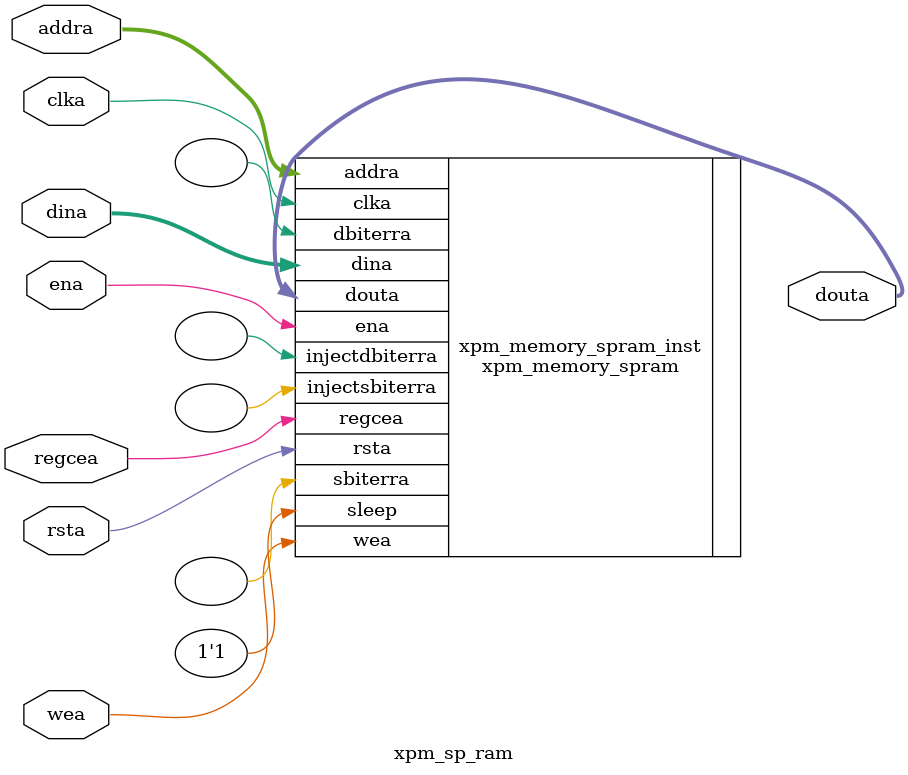
<source format=sv>

module xpm_sp_ram 
#(
  parameter AW = 3,
  parameter DW = 4,
  parameter CASCADE_HEIGHT = 8,
  parameter ECC_MODE = "no_ecc", 
  parameter MEMORY_INIT_FILE = "sp_ram_8x4.mem",
  parameter MEMORY_PRIMITIVE = "distributed",
  parameter READ_LATENCY_A = 3,
  parameter WRITE_MODE_A = "read_first"
)
(
  input logic clka,
  input logic rsta,
  input logic [AW - 1 : 0] addra,
  input logic [DW - 1 : 0] dina,
  input logic ena,
  input logic wea,
  input logic regcea,
  output logic [DW - 1 : 0] douta
);

  localparam MEMORY_DEPTH = 2 ** AW;
  localparam MEMORY_SIZE  = MEMORY_DEPTH * DW;
  xpm_memory_spram 
  #(
    .ADDR_WIDTH_A(AW),                   
    .AUTO_SLEEP_TIME(0),                 
    .BYTE_WRITE_WIDTH_A(DW),             
    .CASCADE_HEIGHT(CASCADE_HEIGHT),     
    .ECC_MODE(ECC_MODE),                 
    .MEMORY_INIT_FILE(MEMORY_INIT_FILE), 
    .MEMORY_INIT_PARAM(""),              
    .MEMORY_OPTIMIZATION("true"),        
    .MEMORY_PRIMITIVE("auto"),           
    .MEMORY_SIZE(MEMORY_SIZE),           
    .MESSAGE_CONTROL(0),                 
    .READ_DATA_WIDTH_A(DW),              
    .READ_LATENCY_A(READ_LATENCY_A),     
    .READ_RESET_VALUE_A("0"),            
    .RST_MODE_A("SYNC"),                 
    .SIM_ASSERT_CHK(0),                 
    .USE_MEM_INIT(0),                    
    .WAKEUP_TIME("disable_sleep"),       
    .WRITE_DATA_WIDTH_A(DW),             
    .WRITE_MODE_A(WRITE_MODE_A)          
  )
  xpm_memory_spram_inst 
  (
   .dbiterra(),   
   .douta(douta),     
   .sbiterra(),       
   .addra(addra),     
   .clka(clka),       
   .dina(dina),       
   .ena(ena),         
   .injectdbiterra(), 
   .injectsbiterra(), 
   .regcea(regcea),   
   .rsta(rsta),       
   .sleep('1),        
   .wea(wea)          
  );
endmodule


</source>
